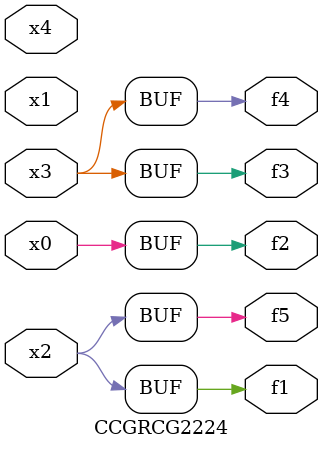
<source format=v>
module CCGRCG2224(
	input x0, x1, x2, x3, x4,
	output f1, f2, f3, f4, f5
);
	assign f1 = x2;
	assign f2 = x0;
	assign f3 = x3;
	assign f4 = x3;
	assign f5 = x2;
endmodule

</source>
